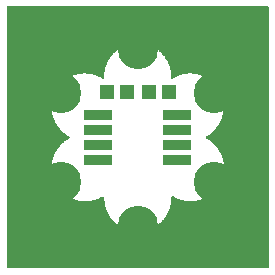
<source format=gbr>
G04 EAGLE Gerber RS-274X export*
G75*
%MOMM*%
%FSLAX34Y34*%
%LPD*%
%INSoldermask Top*%
%IPPOS*%
%AMOC8*
5,1,8,0,0,1.08239X$1,22.5*%
G01*
%ADD10C,0.203200*%
%ADD11R,2.413000X0.812800*%
%ADD12R,1.303200X1.203200*%
%ADD13C,3.419200*%
%ADD14C,1.203200*%

G36*
X-110058Y111007D02*
X-110058Y111007D01*
X-110116Y111009D01*
X-110198Y110987D01*
X-110282Y110975D01*
X-110335Y110952D01*
X-110391Y110937D01*
X-110464Y110894D01*
X-110541Y110859D01*
X-110586Y110821D01*
X-110636Y110792D01*
X-110694Y110730D01*
X-110758Y110676D01*
X-110790Y110627D01*
X-110830Y110584D01*
X-110869Y110509D01*
X-110916Y110439D01*
X-110933Y110383D01*
X-110960Y110331D01*
X-110971Y110263D01*
X-111001Y110168D01*
X-111004Y110068D01*
X-111015Y110000D01*
X-111015Y-110000D01*
X-111007Y-110058D01*
X-111009Y-110116D01*
X-110987Y-110198D01*
X-110975Y-110282D01*
X-110952Y-110335D01*
X-110937Y-110391D01*
X-110894Y-110464D01*
X-110859Y-110541D01*
X-110821Y-110586D01*
X-110792Y-110636D01*
X-110730Y-110694D01*
X-110676Y-110758D01*
X-110627Y-110790D01*
X-110584Y-110830D01*
X-110509Y-110869D01*
X-110439Y-110916D01*
X-110383Y-110933D01*
X-110331Y-110960D01*
X-110263Y-110971D01*
X-110168Y-111001D01*
X-110068Y-111004D01*
X-110000Y-111015D01*
X110000Y-111015D01*
X110058Y-111007D01*
X110116Y-111009D01*
X110198Y-110987D01*
X110282Y-110975D01*
X110335Y-110952D01*
X110391Y-110937D01*
X110464Y-110894D01*
X110541Y-110859D01*
X110586Y-110821D01*
X110636Y-110792D01*
X110694Y-110730D01*
X110758Y-110676D01*
X110790Y-110627D01*
X110830Y-110584D01*
X110869Y-110509D01*
X110916Y-110439D01*
X110933Y-110383D01*
X110960Y-110331D01*
X110971Y-110263D01*
X111001Y-110168D01*
X111004Y-110068D01*
X111015Y-110000D01*
X111015Y110000D01*
X111007Y110058D01*
X111009Y110116D01*
X110987Y110198D01*
X110975Y110282D01*
X110952Y110335D01*
X110937Y110391D01*
X110894Y110464D01*
X110859Y110541D01*
X110821Y110586D01*
X110792Y110636D01*
X110730Y110694D01*
X110676Y110758D01*
X110627Y110790D01*
X110584Y110830D01*
X110509Y110869D01*
X110439Y110916D01*
X110383Y110933D01*
X110331Y110960D01*
X110263Y110971D01*
X110168Y111001D01*
X110068Y111004D01*
X110000Y111015D01*
X-110000Y111015D01*
X-110058Y111007D01*
G37*
%LPC*%
G36*
X-2100Y-79928D02*
X-2100Y-79928D01*
X-6189Y-79341D01*
X-10153Y-78178D01*
X-13743Y-76540D01*
X-18858Y-72960D01*
X-20512Y-71529D01*
X-22412Y-69340D01*
X-27039Y-61628D01*
X-29004Y-51801D01*
X-29042Y-51694D01*
X-29074Y-51584D01*
X-29089Y-51560D01*
X-29099Y-51533D01*
X-29165Y-51440D01*
X-29225Y-51344D01*
X-29247Y-51325D01*
X-29264Y-51301D01*
X-29353Y-51230D01*
X-29438Y-51155D01*
X-29464Y-51142D01*
X-29486Y-51124D01*
X-29591Y-51081D01*
X-29694Y-51032D01*
X-29723Y-51027D01*
X-29749Y-51016D01*
X-29862Y-51004D01*
X-29975Y-50985D01*
X-30003Y-50988D01*
X-30032Y-50985D01*
X-30144Y-51005D01*
X-30257Y-51018D01*
X-30281Y-51028D01*
X-30312Y-51034D01*
X-30542Y-51146D01*
X-30563Y-51155D01*
X-33372Y-53028D01*
X-46830Y-54950D01*
X-46837Y-54923D01*
X-46864Y-54876D01*
X-46882Y-54825D01*
X-46934Y-54753D01*
X-46978Y-54676D01*
X-47017Y-54638D01*
X-47048Y-54594D01*
X-47118Y-54540D01*
X-47182Y-54478D01*
X-47230Y-54453D01*
X-47272Y-54419D01*
X-47339Y-54394D01*
X-47433Y-54344D01*
X-47525Y-54325D01*
X-47587Y-54302D01*
X-50097Y-53816D01*
X-57531Y-51161D01*
X-59288Y-50254D01*
X-62652Y-47856D01*
X-65641Y-45005D01*
X-68194Y-41757D01*
X-70260Y-38179D01*
X-71796Y-34344D01*
X-72771Y-30330D01*
X-72985Y-28097D01*
X-72985Y-22389D01*
X-72971Y-22091D01*
X-72227Y-18219D01*
X-68164Y-7654D01*
X-58418Y-832D01*
X-58332Y-751D01*
X-58242Y-676D01*
X-58228Y-655D01*
X-58210Y-638D01*
X-58150Y-537D01*
X-58085Y-439D01*
X-58077Y-415D01*
X-58064Y-394D01*
X-58034Y-280D01*
X-57999Y-168D01*
X-57998Y-143D01*
X-57992Y-119D01*
X-57994Y-1D01*
X-57991Y116D01*
X-57998Y140D01*
X-57998Y165D01*
X-58034Y278D01*
X-58063Y391D01*
X-58076Y413D01*
X-58083Y437D01*
X-58149Y535D01*
X-58209Y636D01*
X-58227Y653D01*
X-58240Y674D01*
X-58330Y750D01*
X-58416Y830D01*
X-58438Y842D01*
X-58457Y858D01*
X-58564Y906D01*
X-58669Y960D01*
X-58691Y963D01*
X-58716Y975D01*
X-58998Y1015D01*
X-58999Y1015D01*
X-59000Y1015D01*
X-59693Y1015D01*
X-65247Y4718D01*
X-70802Y13976D01*
X-70808Y13996D01*
X-70819Y14062D01*
X-71512Y16068D01*
X-72530Y19801D01*
X-72970Y22092D01*
X-73164Y26219D01*
X-72770Y30331D01*
X-71795Y34345D01*
X-70259Y38180D01*
X-68193Y41758D01*
X-65640Y45006D01*
X-62651Y47857D01*
X-59287Y50255D01*
X-55616Y52150D01*
X-51713Y53504D01*
X-47586Y54303D01*
X-47535Y54320D01*
X-47482Y54329D01*
X-47401Y54367D01*
X-47317Y54395D01*
X-47273Y54426D01*
X-47224Y54449D01*
X-47157Y54508D01*
X-47087Y54557D01*
X-42123Y54971D01*
X-30321Y51037D01*
X-30298Y51033D01*
X-30277Y51023D01*
X-30159Y51007D01*
X-30041Y50986D01*
X-30019Y50988D01*
X-29996Y50985D01*
X-29878Y51002D01*
X-29759Y51014D01*
X-29737Y51022D01*
X-29714Y51026D01*
X-29606Y51075D01*
X-29495Y51120D01*
X-29476Y51134D01*
X-29456Y51143D01*
X-29365Y51221D01*
X-29270Y51294D01*
X-29257Y51313D01*
X-29239Y51328D01*
X-29173Y51427D01*
X-29103Y51524D01*
X-29095Y51546D01*
X-29083Y51565D01*
X-29062Y51638D01*
X-29006Y51791D01*
X-29003Y51846D01*
X-28991Y51888D01*
X-28015Y60668D01*
X-23620Y67993D01*
X-23588Y68002D01*
X-23542Y68031D01*
X-23492Y68051D01*
X-23437Y68096D01*
X-23347Y68153D01*
X-23284Y68222D01*
X-23233Y68265D01*
X-20478Y71439D01*
X-17354Y74142D01*
X-13877Y76374D01*
X-10119Y78088D01*
X-6155Y79251D01*
X-2066Y79838D01*
X2066Y79838D01*
X6155Y79251D01*
X10119Y78088D01*
X13877Y76374D01*
X17354Y74142D01*
X20478Y71439D01*
X23233Y68265D01*
X23274Y68229D01*
X23308Y68187D01*
X23381Y68136D01*
X23448Y68078D01*
X23497Y68055D01*
X23541Y68024D01*
X23617Y67999D01*
X28015Y60668D01*
X28991Y51888D01*
X29015Y51796D01*
X29029Y51702D01*
X29050Y51659D01*
X29062Y51613D01*
X29110Y51531D01*
X29150Y51445D01*
X29182Y51409D01*
X29206Y51368D01*
X29275Y51302D01*
X29337Y51231D01*
X29378Y51205D01*
X29412Y51172D01*
X29497Y51129D01*
X29576Y51077D01*
X29622Y51064D01*
X29665Y51042D01*
X29758Y51023D01*
X29849Y50996D01*
X29897Y50996D01*
X29944Y50986D01*
X30038Y50994D01*
X30133Y50994D01*
X30174Y51006D01*
X30227Y51010D01*
X30382Y51070D01*
X30454Y51092D01*
X34317Y53024D01*
X45983Y54968D01*
X46888Y54787D01*
X46898Y54774D01*
X46942Y54697D01*
X46981Y54659D01*
X47012Y54615D01*
X47082Y54561D01*
X47146Y54499D01*
X47194Y54474D01*
X47236Y54440D01*
X47303Y54415D01*
X47397Y54365D01*
X47489Y54346D01*
X47551Y54323D01*
X51678Y53524D01*
X55581Y52170D01*
X59252Y50275D01*
X62616Y47877D01*
X65605Y45026D01*
X67529Y42578D01*
X70225Y38198D01*
X71760Y34365D01*
X72735Y30351D01*
X72985Y27742D01*
X72985Y23175D01*
X72935Y22112D01*
X72156Y18055D01*
X70868Y14326D01*
X66218Y5689D01*
X59410Y826D01*
X59328Y748D01*
X59242Y676D01*
X59226Y651D01*
X59204Y630D01*
X59147Y533D01*
X59085Y439D01*
X59076Y410D01*
X59060Y385D01*
X59033Y275D01*
X58999Y168D01*
X58998Y138D01*
X58991Y109D01*
X58994Y-4D01*
X58991Y-116D01*
X58999Y-145D01*
X59000Y-175D01*
X59035Y-283D01*
X59063Y-391D01*
X59078Y-417D01*
X59088Y-445D01*
X59151Y-539D01*
X59209Y-636D01*
X59230Y-656D01*
X59247Y-681D01*
X59333Y-753D01*
X59416Y-830D01*
X59442Y-844D01*
X59465Y-863D01*
X59569Y-909D01*
X59669Y-960D01*
X59695Y-964D01*
X59725Y-977D01*
X59970Y-1010D01*
X60000Y-1015D01*
X60553Y-1015D01*
X71056Y-12472D01*
X71139Y-12915D01*
X71135Y-12919D01*
X71090Y-12949D01*
X71033Y-13016D01*
X70969Y-13078D01*
X70941Y-13124D01*
X70907Y-13166D01*
X70870Y-13247D01*
X70826Y-13323D01*
X70812Y-13376D01*
X70790Y-13425D01*
X70778Y-13513D01*
X70756Y-13599D01*
X70758Y-13653D01*
X70751Y-13707D01*
X70762Y-13777D01*
X70766Y-13883D01*
X70795Y-13972D01*
X70806Y-14038D01*
X71995Y-17481D01*
X72991Y-22794D01*
X73151Y-26195D01*
X72757Y-30307D01*
X71782Y-34321D01*
X70246Y-38156D01*
X68180Y-41734D01*
X65627Y-44982D01*
X62638Y-47833D01*
X59274Y-50231D01*
X55603Y-52126D01*
X51700Y-53480D01*
X47573Y-54279D01*
X47522Y-54296D01*
X47469Y-54305D01*
X47388Y-54343D01*
X47304Y-54371D01*
X47260Y-54402D01*
X47211Y-54425D01*
X47144Y-54484D01*
X47072Y-54535D01*
X47038Y-54577D01*
X46997Y-54613D01*
X46949Y-54687D01*
X46919Y-54725D01*
X38225Y-54000D01*
X30356Y-51049D01*
X30350Y-51048D01*
X30344Y-51045D01*
X30212Y-51017D01*
X30079Y-50988D01*
X30072Y-50988D01*
X30066Y-50987D01*
X29932Y-50997D01*
X29795Y-51006D01*
X29789Y-51008D01*
X29782Y-51008D01*
X29656Y-51055D01*
X29528Y-51101D01*
X29522Y-51105D01*
X29516Y-51108D01*
X29407Y-51188D01*
X29297Y-51268D01*
X29293Y-51273D01*
X29288Y-51277D01*
X29205Y-51385D01*
X29121Y-51491D01*
X29119Y-51497D01*
X29115Y-51503D01*
X29100Y-51545D01*
X29015Y-51755D01*
X29011Y-51791D01*
X29001Y-51818D01*
X27041Y-62600D01*
X22235Y-69466D01*
X20444Y-71529D01*
X17320Y-74232D01*
X13843Y-76464D01*
X10085Y-78178D01*
X6121Y-79341D01*
X4546Y-79567D01*
X573Y-79928D01*
X-2100Y-79928D01*
G37*
%LPD*%
D10*
X29200Y50600D02*
X29212Y51315D01*
X29206Y52031D01*
X29183Y52745D01*
X29142Y53460D01*
X29084Y54173D01*
X29008Y54884D01*
X28915Y55593D01*
X28805Y56300D01*
X28678Y57004D01*
X28533Y57704D01*
X28371Y58401D01*
X28193Y59094D01*
X27997Y59782D01*
X27785Y60465D01*
X27556Y61143D01*
X27310Y61815D01*
X27048Y62480D01*
X26770Y63139D01*
X26476Y63791D01*
X26166Y64436D01*
X25841Y65073D01*
X25500Y65702D01*
X25144Y66322D01*
X24772Y66934D01*
X24386Y67536D01*
X23985Y68128D01*
X23570Y68711D01*
X23141Y69283D01*
X22698Y69844D01*
X22241Y70395D01*
X21771Y70934D01*
X21288Y71462D01*
X20792Y71977D01*
X20284Y72481D01*
X19763Y72971D01*
X19231Y73449D01*
X18687Y73914D01*
X18132Y74365D01*
X17566Y74803D01*
X16990Y75227D01*
X16404Y75636D01*
X15807Y76031D01*
X15201Y76411D01*
X14586Y76777D01*
X13963Y77127D01*
X13330Y77462D01*
X12690Y77781D01*
X12043Y78085D01*
X11388Y78372D01*
X10726Y78644D01*
X10058Y78899D01*
X9383Y79138D01*
X8704Y79360D01*
X8018Y79566D01*
X7329Y79755D01*
X6634Y79927D01*
X5936Y80082D01*
X5234Y80220D01*
X4529Y80340D01*
X3821Y80444D01*
X3111Y80530D01*
X2399Y80598D01*
X1685Y80649D01*
X971Y80683D01*
X256Y80699D01*
X-460Y80698D01*
X-1175Y80679D01*
X-1889Y80643D01*
X-2602Y80590D01*
X-3314Y80519D01*
X-4024Y80430D01*
X-4732Y80324D01*
X-5436Y80201D01*
X-6138Y80061D01*
X-6836Y79904D01*
X-7529Y79730D01*
X-8219Y79538D01*
X-8903Y79330D01*
X-9582Y79106D01*
X-10256Y78865D01*
X-10923Y78607D01*
X-11584Y78333D01*
X-12238Y78043D01*
X-12884Y77737D01*
X-13523Y77416D01*
X-14154Y77079D01*
X-14777Y76727D01*
X-15391Y76359D01*
X-15995Y75977D01*
X-16590Y75580D01*
X-17175Y75168D01*
X-17750Y74743D01*
X-18315Y74303D01*
X-18868Y73850D01*
X-19410Y73383D01*
X-19941Y72904D01*
X-20460Y72411D01*
X-20966Y71906D01*
X-21460Y71389D01*
X-21941Y70859D01*
X-22410Y70319D01*
X-22864Y69767D01*
X-23306Y69203D01*
X-23733Y68630D01*
X-24146Y68046D01*
X-24545Y67452D01*
X-24929Y66849D01*
X-25298Y66236D01*
X-25652Y65614D01*
X-25991Y64984D01*
X-26315Y64346D01*
X-26622Y63701D01*
X-26914Y63048D01*
X-27190Y62388D01*
X-27449Y61721D01*
X-27693Y61048D01*
X-27919Y60370D01*
X-28129Y59686D01*
X-28323Y58997D01*
X-28499Y58304D01*
X-28658Y57607D01*
X-28801Y56906D01*
X-28926Y56201D01*
X-29033Y55494D01*
X-29124Y54785D01*
X-29197Y54073D01*
X-29253Y53360D01*
X-29291Y52646D01*
X-29312Y51930D01*
X-29315Y51215D01*
X-29301Y50500D01*
X29200Y50599D02*
X29812Y50967D01*
X30433Y51319D01*
X31063Y51656D01*
X31700Y51977D01*
X32345Y52283D01*
X32998Y52573D01*
X33657Y52847D01*
X34323Y53105D01*
X34995Y53346D01*
X35672Y53571D01*
X36355Y53779D01*
X37043Y53970D01*
X37735Y54145D01*
X38432Y54302D01*
X39132Y54443D01*
X39835Y54566D01*
X40541Y54672D01*
X41249Y54761D01*
X41959Y54833D01*
X42671Y54887D01*
X43384Y54924D01*
X44098Y54943D01*
X44812Y54945D01*
X45526Y54929D01*
X46239Y54896D01*
X46951Y54845D01*
X47662Y54777D01*
X48370Y54692D01*
X49077Y54589D01*
X49781Y54470D01*
X50481Y54333D01*
X51178Y54179D01*
X51872Y54007D01*
X52560Y53819D01*
X53244Y53615D01*
X53923Y53393D01*
X54596Y53155D01*
X55263Y52901D01*
X55924Y52630D01*
X56578Y52344D01*
X57224Y52041D01*
X57863Y51723D01*
X58494Y51389D01*
X59117Y51040D01*
X59731Y50676D01*
X60336Y50297D01*
X60932Y49903D01*
X61517Y49495D01*
X62093Y49072D01*
X62658Y48636D01*
X63212Y48186D01*
X63755Y47722D01*
X64287Y47245D01*
X64806Y46756D01*
X65314Y46254D01*
X65809Y45740D01*
X66291Y45213D01*
X66761Y44675D01*
X67217Y44126D01*
X67659Y43566D01*
X68088Y42995D01*
X68503Y42414D01*
X68903Y41823D01*
X69289Y41222D01*
X69660Y40612D01*
X70016Y39993D01*
X70356Y39366D01*
X70682Y38730D01*
X70991Y38087D01*
X71285Y37436D01*
X71563Y36779D01*
X71825Y36114D01*
X72070Y35444D01*
X72299Y34768D01*
X72511Y34086D01*
X72706Y33399D01*
X72885Y32708D01*
X73047Y32013D01*
X73191Y31314D01*
X73319Y30611D01*
X73429Y29906D01*
X73522Y29198D01*
X73598Y28488D01*
X73656Y27777D01*
X73697Y27064D01*
X73721Y26350D01*
X73727Y25636D01*
X73715Y24923D01*
X73686Y24209D01*
X73640Y23497D01*
X73576Y22786D01*
X73495Y22076D01*
X73397Y21369D01*
X73281Y20665D01*
X73148Y19963D01*
X72999Y19265D01*
X72832Y18571D01*
X72648Y17881D01*
X72447Y17196D01*
X72230Y16516D01*
X71996Y15842D01*
X71745Y15173D01*
X71479Y14511D01*
X71196Y13855D01*
X70897Y13207D01*
X70583Y12566D01*
X70253Y11933D01*
X69907Y11308D01*
X69547Y10692D01*
X69171Y10085D01*
X68781Y9487D01*
X68376Y8899D01*
X67957Y8321D01*
X67524Y7753D01*
X67077Y7196D01*
X66617Y6651D01*
X66143Y6116D01*
X65657Y5594D01*
X65158Y5083D01*
X64647Y4585D01*
X64123Y4100D01*
X63588Y3627D01*
X63042Y3168D01*
X62484Y2722D01*
X61916Y2290D01*
X61337Y1871D01*
X60748Y1468D01*
X60150Y1078D01*
X59542Y704D01*
X58925Y344D01*
X58300Y0D01*
X29200Y-50500D02*
X29214Y-51214D01*
X29211Y-51929D01*
X29190Y-52643D01*
X29152Y-53356D01*
X29096Y-54069D01*
X29022Y-54779D01*
X28932Y-55488D01*
X28824Y-56194D01*
X28698Y-56898D01*
X28556Y-57598D01*
X28396Y-58294D01*
X28220Y-58987D01*
X28026Y-59674D01*
X27816Y-60357D01*
X27589Y-61035D01*
X27346Y-61706D01*
X27086Y-62372D01*
X26810Y-63031D01*
X26518Y-63683D01*
X26210Y-64328D01*
X25886Y-64964D01*
X25547Y-65593D01*
X25193Y-66214D01*
X24823Y-66825D01*
X24439Y-67427D01*
X24039Y-68020D01*
X23626Y-68603D01*
X23198Y-69175D01*
X22757Y-69737D01*
X22302Y-70287D01*
X21833Y-70827D01*
X21352Y-71355D01*
X20857Y-71870D01*
X20350Y-72374D01*
X19831Y-72865D01*
X19301Y-73343D01*
X18758Y-73808D01*
X18204Y-74260D01*
X17640Y-74698D01*
X17065Y-75121D01*
X16479Y-75531D01*
X15884Y-75926D01*
X15280Y-76307D01*
X14666Y-76673D01*
X14043Y-77023D01*
X13412Y-77358D01*
X12773Y-77678D01*
X12126Y-77982D01*
X11473Y-78269D01*
X10812Y-78541D01*
X10145Y-78797D01*
X9471Y-79036D01*
X8792Y-79258D01*
X8108Y-79464D01*
X7419Y-79653D01*
X6726Y-79825D01*
X6028Y-79980D01*
X5327Y-80118D01*
X4623Y-80239D01*
X3916Y-80342D01*
X3207Y-80428D01*
X2496Y-80497D01*
X1783Y-80548D01*
X1069Y-80582D01*
X355Y-80598D01*
X-359Y-80597D01*
X-1073Y-80578D01*
X-1787Y-80542D01*
X-2499Y-80489D01*
X-3210Y-80417D01*
X-3919Y-80329D01*
X-4626Y-80223D01*
X-5330Y-80100D01*
X-6030Y-79960D01*
X-6727Y-79802D01*
X-7420Y-79628D01*
X-8108Y-79436D01*
X-8792Y-79228D01*
X-9470Y-79003D01*
X-10142Y-78762D01*
X-10809Y-78504D01*
X-11469Y-78230D01*
X-12121Y-77940D01*
X-12767Y-77634D01*
X-13405Y-77312D01*
X-14035Y-76975D01*
X-14656Y-76622D01*
X-15269Y-76255D01*
X-15872Y-75872D01*
X-16466Y-75475D01*
X-17050Y-75063D01*
X-17624Y-74637D01*
X-18187Y-74197D01*
X-18739Y-73744D01*
X-19280Y-73277D01*
X-19809Y-72797D01*
X-20326Y-72304D01*
X-20831Y-71799D01*
X-21324Y-71281D01*
X-21804Y-70752D01*
X-22270Y-70211D01*
X-22723Y-69659D01*
X-23163Y-69095D01*
X-23589Y-68522D01*
X-24000Y-67937D01*
X-24397Y-67344D01*
X-24780Y-66740D01*
X-25147Y-66127D01*
X-25499Y-65506D01*
X-25836Y-64876D01*
X-26158Y-64238D01*
X-26464Y-63592D01*
X-26754Y-62939D01*
X-27027Y-62279D01*
X-27285Y-61613D01*
X-27526Y-60940D01*
X-27751Y-60262D01*
X-27959Y-59578D01*
X-28150Y-58890D01*
X-28324Y-58197D01*
X-28481Y-57500D01*
X-28621Y-56799D01*
X-28744Y-56096D01*
X-28849Y-55389D01*
X-28938Y-54680D01*
X-29009Y-53969D01*
X-29062Y-53257D01*
X-29098Y-52543D01*
X-29116Y-51829D01*
X-29117Y-51114D01*
X-29101Y-50400D01*
X29200Y-50500D02*
X29806Y-50872D01*
X30422Y-51230D01*
X31046Y-51573D01*
X31678Y-51900D01*
X32318Y-52211D01*
X32966Y-52507D01*
X33620Y-52787D01*
X34282Y-53051D01*
X34949Y-53299D01*
X35622Y-53531D01*
X36301Y-53746D01*
X36985Y-53944D01*
X37673Y-54125D01*
X38366Y-54290D01*
X39062Y-54438D01*
X39762Y-54568D01*
X40465Y-54682D01*
X41170Y-54778D01*
X41877Y-54858D01*
X42587Y-54919D01*
X43297Y-54964D01*
X44008Y-54991D01*
X44720Y-55001D01*
X45432Y-54993D01*
X46144Y-54968D01*
X46854Y-54926D01*
X47564Y-54867D01*
X48271Y-54790D01*
X48977Y-54695D01*
X49680Y-54584D01*
X50380Y-54456D01*
X51077Y-54310D01*
X51770Y-54147D01*
X52459Y-53968D01*
X53144Y-53772D01*
X53823Y-53559D01*
X54497Y-53330D01*
X55165Y-53084D01*
X55827Y-52822D01*
X56482Y-52544D01*
X57131Y-52250D01*
X57772Y-51941D01*
X58405Y-51615D01*
X59030Y-51275D01*
X59647Y-50919D01*
X60255Y-50548D01*
X60853Y-50163D01*
X61442Y-49763D01*
X62021Y-49349D01*
X62590Y-48921D01*
X63148Y-48479D01*
X63695Y-48024D01*
X64231Y-47555D01*
X64756Y-47073D01*
X65268Y-46579D01*
X65768Y-46073D01*
X66256Y-45554D01*
X66731Y-45024D01*
X67193Y-44482D01*
X67641Y-43929D01*
X68076Y-43365D01*
X68497Y-42791D01*
X68904Y-42207D01*
X69296Y-41613D01*
X69674Y-41009D01*
X70037Y-40397D01*
X70385Y-39776D01*
X70717Y-39146D01*
X71034Y-38509D01*
X71336Y-37864D01*
X71622Y-37212D01*
X71891Y-36553D01*
X72145Y-35888D01*
X72382Y-35217D01*
X72603Y-34540D01*
X72807Y-33858D01*
X72994Y-33171D01*
X73165Y-32480D01*
X73319Y-31785D01*
X73455Y-31086D01*
X73575Y-30384D01*
X73677Y-29680D01*
X73763Y-28973D01*
X73831Y-28265D01*
X73881Y-27554D01*
X73915Y-26843D01*
X73930Y-26132D01*
X73929Y-25420D01*
X73910Y-24708D01*
X73874Y-23997D01*
X73821Y-23287D01*
X73750Y-22579D01*
X73662Y-21872D01*
X73556Y-21168D01*
X73434Y-20467D01*
X73294Y-19769D01*
X73138Y-19074D01*
X72964Y-18384D01*
X72774Y-17698D01*
X72567Y-17017D01*
X72343Y-16341D01*
X72104Y-15671D01*
X71847Y-15006D01*
X71575Y-14349D01*
X71287Y-13698D01*
X70983Y-13054D01*
X70663Y-12418D01*
X70328Y-11790D01*
X69977Y-11170D01*
X69612Y-10559D01*
X69232Y-9958D01*
X68837Y-9365D01*
X68428Y-8783D01*
X68004Y-8210D01*
X67567Y-7648D01*
X67117Y-7097D01*
X66653Y-6557D01*
X66176Y-6029D01*
X65686Y-5512D01*
X65183Y-5008D01*
X64669Y-4515D01*
X64143Y-4036D01*
X63605Y-3570D01*
X63056Y-3116D01*
X62496Y-2677D01*
X61926Y-2251D01*
X61345Y-1839D01*
X60754Y-1442D01*
X60154Y-1059D01*
X59545Y-691D01*
X58927Y-337D01*
X58300Y1D01*
X-29100Y-50400D02*
X-29705Y-50772D01*
X-30319Y-51129D01*
X-30942Y-51471D01*
X-31573Y-51797D01*
X-32212Y-52109D01*
X-32858Y-52404D01*
X-33511Y-52684D01*
X-34171Y-52947D01*
X-34837Y-53195D01*
X-35509Y-53426D01*
X-36186Y-53640D01*
X-36869Y-53839D01*
X-37555Y-54020D01*
X-38247Y-54184D01*
X-38942Y-54332D01*
X-39640Y-54463D01*
X-40341Y-54576D01*
X-41045Y-54673D01*
X-41751Y-54752D01*
X-42459Y-54814D01*
X-43168Y-54859D01*
X-43878Y-54886D01*
X-44589Y-54896D01*
X-45299Y-54889D01*
X-46009Y-54864D01*
X-46718Y-54822D01*
X-47426Y-54763D01*
X-48133Y-54686D01*
X-48837Y-54593D01*
X-49539Y-54482D01*
X-50238Y-54354D01*
X-50933Y-54209D01*
X-51625Y-54047D01*
X-52313Y-53868D01*
X-52996Y-53673D01*
X-53674Y-53461D01*
X-54347Y-53232D01*
X-55014Y-52988D01*
X-55675Y-52727D01*
X-56329Y-52449D01*
X-56976Y-52156D01*
X-57616Y-51848D01*
X-58248Y-51524D01*
X-58872Y-51184D01*
X-59488Y-50829D01*
X-60095Y-50460D01*
X-60693Y-50076D01*
X-61281Y-49677D01*
X-61859Y-49264D01*
X-62427Y-48837D01*
X-62984Y-48396D01*
X-63530Y-47942D01*
X-64066Y-47475D01*
X-64589Y-46995D01*
X-65101Y-46502D01*
X-65601Y-45997D01*
X-66088Y-45479D01*
X-66562Y-44950D01*
X-67023Y-44410D01*
X-67471Y-43859D01*
X-67906Y-43296D01*
X-68326Y-42724D01*
X-68733Y-42141D01*
X-69125Y-41548D01*
X-69502Y-40947D01*
X-69865Y-40336D01*
X-70213Y-39716D01*
X-70545Y-39088D01*
X-70862Y-38452D01*
X-71164Y-37809D01*
X-71450Y-37158D01*
X-71719Y-36501D01*
X-71973Y-35837D01*
X-72210Y-35168D01*
X-72431Y-34492D01*
X-72636Y-33812D01*
X-72823Y-33127D01*
X-72994Y-32437D01*
X-73149Y-31744D01*
X-73286Y-31046D01*
X-73406Y-30346D01*
X-73509Y-29643D01*
X-73595Y-28938D01*
X-73663Y-28231D01*
X-73714Y-27522D01*
X-73748Y-26812D01*
X-73765Y-26102D01*
X-73764Y-25392D01*
X-73746Y-24681D01*
X-73711Y-23972D01*
X-73659Y-23263D01*
X-73589Y-22556D01*
X-73502Y-21851D01*
X-73397Y-21148D01*
X-73276Y-20448D01*
X-73137Y-19751D01*
X-72982Y-19058D01*
X-72810Y-18369D01*
X-72621Y-17684D01*
X-72415Y-17004D01*
X-72193Y-16329D01*
X-71954Y-15660D01*
X-71699Y-14996D01*
X-71428Y-14340D01*
X-71141Y-13690D01*
X-70839Y-13047D01*
X-70520Y-12412D01*
X-70187Y-11784D01*
X-69838Y-11165D01*
X-69474Y-10555D01*
X-69095Y-9954D01*
X-68702Y-9362D01*
X-68295Y-8780D01*
X-67873Y-8208D01*
X-67438Y-7647D01*
X-66989Y-7096D01*
X-66526Y-6557D01*
X-66051Y-6029D01*
X-65563Y-5512D01*
X-65062Y-5008D01*
X-64550Y-4516D01*
X-64025Y-4037D01*
X-63489Y-3571D01*
X-62942Y-3117D01*
X-62384Y-2678D01*
X-61815Y-2252D01*
X-61236Y-1840D01*
X-60647Y-1442D01*
X-60049Y-1059D01*
X-59441Y-691D01*
X-58825Y-337D01*
X-58200Y1D01*
X-58826Y336D01*
X-59444Y687D01*
X-60053Y1053D01*
X-60653Y1434D01*
X-61243Y1829D01*
X-61823Y2239D01*
X-62394Y2662D01*
X-62954Y3099D01*
X-63503Y3550D01*
X-64041Y4014D01*
X-64567Y4491D01*
X-65082Y4981D01*
X-65584Y5483D01*
X-66075Y5998D01*
X-66552Y6524D01*
X-67016Y7062D01*
X-67468Y7610D01*
X-67905Y8170D01*
X-68329Y8740D01*
X-68739Y9320D01*
X-69135Y9911D01*
X-69516Y10510D01*
X-69882Y11119D01*
X-70233Y11736D01*
X-70569Y12362D01*
X-70890Y12996D01*
X-71195Y13638D01*
X-71485Y14286D01*
X-71759Y14942D01*
X-72016Y15604D01*
X-72257Y16272D01*
X-72482Y16946D01*
X-72691Y17626D01*
X-72882Y18310D01*
X-73057Y18998D01*
X-73215Y19691D01*
X-73357Y20387D01*
X-73481Y21087D01*
X-73588Y21789D01*
X-73678Y22494D01*
X-73750Y23200D01*
X-73806Y23909D01*
X-73844Y24618D01*
X-73865Y25328D01*
X-73868Y26039D01*
X-73854Y26749D01*
X-73823Y27459D01*
X-73775Y28168D01*
X-73709Y28875D01*
X-73626Y29581D01*
X-73526Y30284D01*
X-73408Y30985D01*
X-73274Y31682D01*
X-73122Y32376D01*
X-72954Y33067D01*
X-72769Y33753D01*
X-72567Y34434D01*
X-72349Y35110D01*
X-72114Y35780D01*
X-71863Y36445D01*
X-71596Y37103D01*
X-71313Y37755D01*
X-71014Y38399D01*
X-70699Y39036D01*
X-70369Y39665D01*
X-70024Y40286D01*
X-69663Y40899D01*
X-69288Y41502D01*
X-68898Y42096D01*
X-68494Y42680D01*
X-68076Y43254D01*
X-67644Y43818D01*
X-67198Y44371D01*
X-66738Y44913D01*
X-66266Y45444D01*
X-65781Y45963D01*
X-65283Y46470D01*
X-64774Y46965D01*
X-64252Y47447D01*
X-63718Y47916D01*
X-63174Y48373D01*
X-62618Y48815D01*
X-62052Y49244D01*
X-61475Y49659D01*
X-60889Y50060D01*
X-60293Y50447D01*
X-59687Y50819D01*
X-59073Y51176D01*
X-58450Y51517D01*
X-57819Y51844D01*
X-57180Y52155D01*
X-56534Y52450D01*
X-55881Y52730D01*
X-55221Y52993D01*
X-54555Y53241D01*
X-53884Y53472D01*
X-53206Y53686D01*
X-52524Y53884D01*
X-51837Y54065D01*
X-51146Y54230D01*
X-50451Y54377D01*
X-49752Y54508D01*
X-49051Y54621D01*
X-48347Y54717D01*
X-47641Y54796D01*
X-46933Y54858D01*
X-46224Y54903D01*
X-45514Y54930D01*
X-44804Y54940D01*
X-44094Y54933D01*
X-43384Y54908D01*
X-42674Y54866D01*
X-41967Y54806D01*
X-41260Y54730D01*
X-40556Y54636D01*
X-39854Y54525D01*
X-39155Y54397D01*
X-38460Y54252D01*
X-37768Y54090D01*
X-37081Y53911D01*
X-36398Y53715D01*
X-35720Y53503D01*
X-35047Y53274D01*
X-34380Y53029D01*
X-33719Y52768D01*
X-33065Y52491D01*
X-32418Y52198D01*
X-31778Y51889D01*
X-31146Y51564D01*
X-30522Y51225D01*
X-29907Y50870D01*
X-29300Y50500D01*
D11*
X-33782Y19050D03*
X-33782Y6350D03*
X-33782Y-6350D03*
X-33782Y-19050D03*
X33528Y-19050D03*
X33528Y-6350D03*
X33528Y6350D03*
X33528Y19050D03*
D12*
X9280Y38100D03*
X26280Y38100D03*
X-9280Y38100D03*
X-26280Y38100D03*
D13*
X-64976Y-37514D03*
X64962Y-37491D03*
X64940Y37535D03*
X-64975Y37515D03*
X0Y74930D03*
X-34Y-75020D03*
D14*
X-38100Y76200D03*
X38100Y-76200D03*
M02*

</source>
